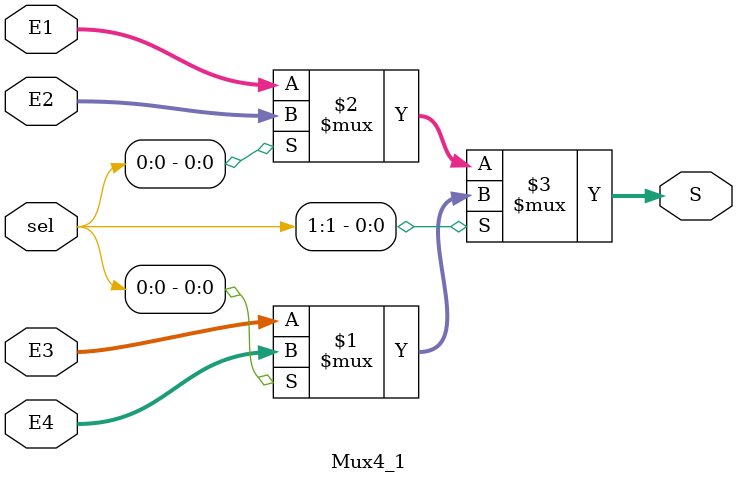
<source format=v>
module Mux4_1(E1, E2, E3, E4, S, sel);
input [3:0] E1, E2, E3, E4;
input [1:0] sel;
output [3:0] S;

assign S = sel[1] ? (sel [0] ? E4 : E3) : (sel [0] ? E2 : E1);

endmodule 
</source>
